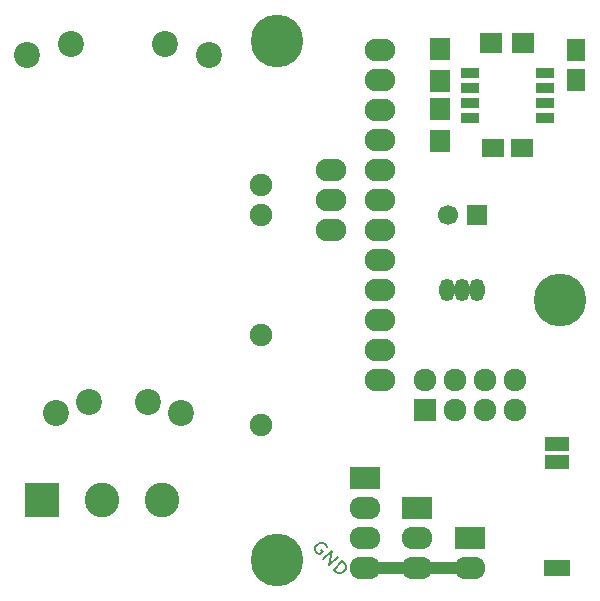
<source format=gts>
G04 #@! TF.FileFunction,Soldermask,Top*
%FSLAX46Y46*%
G04 Gerber Fmt 4.6, Leading zero omitted, Abs format (unit mm)*
G04 Created by KiCad (PCBNEW 4.0.2-stable) date 8-9-2016 20:36:08*
%MOMM*%
G01*
G04 APERTURE LIST*
%ADD10C,0.100000*%
%ADD11C,1.000000*%
%ADD12C,0.200000*%
%ADD13R,2.000000X1.200000*%
%ADD14R,2.200000X1.400000*%
%ADD15O,1.299160X1.901140*%
%ADD16C,4.464000*%
%ADD17R,1.900000X1.650000*%
%ADD18R,2.940000X2.940000*%
%ADD19C,2.940000*%
%ADD20R,2.599640X1.924000*%
%ADD21O,2.599640X1.924000*%
%ADD22R,1.700000X1.900000*%
%ADD23R,1.900000X1.700000*%
%ADD24R,1.543000X0.908000*%
%ADD25C,1.900000*%
%ADD26R,1.650000X1.900000*%
%ADD27C,2.200000*%
%ADD28R,1.700000X1.700000*%
%ADD29C,1.700000*%
%ADD30R,1.924000X1.924000*%
%ADD31C,1.924000*%
%ADD32O,2.600000X1.900000*%
G04 APERTURE END LIST*
D10*
D11*
X155480000Y-125125000D02*
X164370000Y-125125000D01*
D12*
X152243061Y-123339954D02*
X152195920Y-123225470D01*
X152074701Y-123104251D01*
X151919812Y-123016705D01*
X151771656Y-123003236D01*
X151663906Y-123030173D01*
X151488813Y-123124454D01*
X151387797Y-123225470D01*
X151293517Y-123400563D01*
X151266579Y-123508312D01*
X151280048Y-123656468D01*
X151367595Y-123811358D01*
X151448407Y-123892170D01*
X151603297Y-123979717D01*
X151677375Y-123986452D01*
X151913077Y-123750750D01*
X151751452Y-123589125D01*
X151973686Y-124417450D02*
X152680793Y-123710343D01*
X152458560Y-124902323D01*
X153165667Y-124195216D01*
X152862620Y-125306384D02*
X153569727Y-124599277D01*
X153771758Y-124801308D01*
X153859304Y-124956198D01*
X153872773Y-125104354D01*
X153845836Y-125212103D01*
X153751556Y-125387196D01*
X153650540Y-125488212D01*
X153475447Y-125582493D01*
X153367697Y-125609430D01*
X153219541Y-125595961D01*
X153064652Y-125508415D01*
X152862620Y-125306384D01*
D13*
X171755000Y-116180000D03*
X171755000Y-114680000D03*
D14*
X171755000Y-125180000D03*
D15*
X163735000Y-101630000D03*
X165005000Y-101630000D03*
X162465000Y-101630000D03*
D16*
X172000000Y-102500000D03*
X148000000Y-124500000D03*
X148000000Y-80500000D03*
D17*
X166295000Y-89565000D03*
X168795000Y-89565000D03*
D18*
X128175000Y-119410000D03*
D19*
X133255000Y-119410000D03*
X138335000Y-119410000D03*
D20*
X159925000Y-120045000D03*
D21*
X159925000Y-122585000D03*
X159925000Y-125125000D03*
D20*
X155480000Y-117505000D03*
D21*
X155480000Y-120045000D03*
X155480000Y-122585000D03*
X155480000Y-125125000D03*
D20*
X164370000Y-122585000D03*
D21*
X164370000Y-125125000D03*
D22*
X161830000Y-86310000D03*
X161830000Y-89010000D03*
X161830000Y-81230000D03*
X161830000Y-83930000D03*
D23*
X168895000Y-80675000D03*
X166195000Y-80675000D03*
D24*
X170720000Y-83215000D03*
X170720000Y-84485000D03*
X170720000Y-85755000D03*
X170720000Y-87025000D03*
X164370000Y-87025000D03*
X164370000Y-85755000D03*
X164370000Y-84485000D03*
X164370000Y-83215000D03*
D25*
X146717000Y-113060000D03*
X146717000Y-105440000D03*
X146717000Y-95280000D03*
X146717000Y-92740000D03*
D26*
X173387000Y-83830000D03*
X173387000Y-81330000D03*
D27*
X129300000Y-112000000D03*
X139900000Y-112000000D03*
X138600000Y-80800000D03*
X130600000Y-80800000D03*
X132100000Y-111100000D03*
X137100000Y-111100000D03*
X126900000Y-81700000D03*
X142300000Y-81700000D03*
D28*
X165005000Y-95280000D03*
D29*
X162505000Y-95280000D03*
D30*
X160560000Y-111790000D03*
D31*
X160560000Y-109250000D03*
X163100000Y-111790000D03*
X163100000Y-109250000D03*
X165640000Y-111790000D03*
X165640000Y-109250000D03*
X168180000Y-111790000D03*
X168180000Y-109250000D03*
D32*
X156750000Y-94010000D03*
X156750000Y-91470000D03*
X156750000Y-88930000D03*
X156750000Y-86390000D03*
X156750000Y-83850000D03*
X156750000Y-81310000D03*
X156750000Y-96550000D03*
X156750000Y-99090000D03*
X156750000Y-101630000D03*
X156750000Y-104170000D03*
X156750000Y-106710000D03*
X156750000Y-109250000D03*
X152650000Y-91470000D03*
X152650000Y-94010000D03*
X152650000Y-96550000D03*
M02*

</source>
